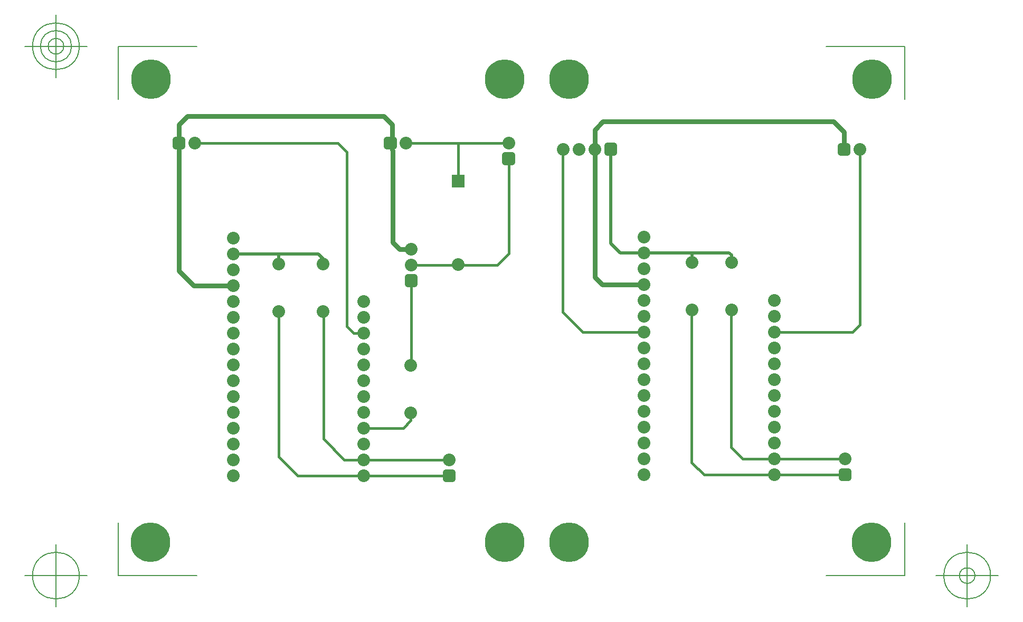
<source format=gbr>
G04 Generated by Ultiboard 13.0 *
%FSLAX25Y25*%
%MOIN*%

%ADD10C,0.00001*%
%ADD11C,0.01500*%
%ADD12C,0.03000*%
%ADD13C,0.02000*%
%ADD14C,0.00500*%
%ADD15C,0.25000*%
%ADD16C,0.08000*%
%ADD17R,0.04083X0.04083*%
%ADD18C,0.03917*%
%ADD19R,0.08000X0.08000*%


G04 ColorRGB 0000FF for the following layer *
%LNCopper Bottom*%
%LPD*%
G54D10*
G54D11*
X110800Y104900D02*
X98800Y116900D01*
X152450Y104900D02*
X110800Y104900D01*
X152550Y104800D02*
X206800Y104800D01*
X152450Y104900D02*
X152550Y104800D01*
X98800Y208400D02*
X98800Y116900D01*
X126900Y128175D02*
X140175Y114900D01*
X152450Y114900D02*
X140175Y114900D01*
X152550Y115000D02*
X206400Y115000D01*
X152450Y114900D02*
X152550Y115000D01*
X126900Y208500D02*
X126900Y128175D01*
X152450Y134900D02*
X152550Y135000D01*
X177500Y135000D01*
X182200Y139700D01*
X182200Y144400D01*
X182300Y227900D02*
X182300Y174000D01*
X141700Y199263D02*
X146163Y194800D01*
X152350Y194800D02*
X146163Y194800D01*
X152450Y194900D02*
X152350Y194800D01*
X141700Y199263D02*
X141700Y309300D01*
X98700Y208500D02*
X98800Y208400D01*
X126800Y208600D02*
X126900Y208500D01*
X182400Y228000D02*
X182300Y227900D01*
X182400Y238000D02*
X211700Y238000D01*
X236572Y238000D01*
X243900Y245328D01*
X243900Y305000D01*
X211900Y314200D02*
X211900Y291000D01*
X45800Y314800D02*
X136200Y314800D01*
X141700Y309300D01*
X179200Y314800D02*
X179300Y314900D01*
X244100Y314900D01*
X359500Y113325D02*
X367225Y105600D01*
X456600Y105600D01*
X359500Y209300D02*
X359500Y113325D01*
X384500Y122925D02*
X391825Y115600D01*
X456400Y115600D01*
X384500Y209500D02*
X384500Y122925D01*
X278200Y208187D02*
X290788Y195600D01*
X329250Y195600D02*
X290788Y195600D01*
X461100Y195600D02*
X411750Y195600D01*
X465700Y200200D02*
X461100Y195600D01*
X465700Y308300D02*
X465700Y200200D01*
X278200Y310773D02*
X278200Y208187D01*
X359500Y209300D02*
X359600Y209400D01*
X384500Y209500D02*
X384600Y209600D01*
X465700Y310900D02*
X465700Y308300D01*
X278200Y310773D02*
X278400Y310973D01*
G54D12*
X35800Y234275D02*
X45175Y224900D01*
X69900Y224900D01*
X35800Y234275D02*
X35800Y313300D01*
X170700Y252300D02*
X175000Y248000D01*
X170700Y310250D02*
X170700Y252300D01*
X182400Y248000D02*
X175000Y248000D01*
X35800Y314800D02*
X35700Y314900D01*
X35700Y326656D01*
X170300Y310650D02*
X170700Y310250D01*
X170300Y326600D02*
X170300Y310650D01*
X35700Y326575D02*
X41025Y331900D01*
X165000Y331900D01*
X170300Y326600D01*
X302950Y225600D02*
X298400Y230150D01*
X298400Y310864D01*
X302950Y225600D02*
X329250Y225600D01*
X298373Y311000D02*
X298373Y323273D01*
X455700Y321700D02*
X455700Y310900D01*
X298373Y323273D02*
X303500Y328400D01*
X449000Y328400D02*
X455700Y321700D01*
X303500Y328400D02*
X449000Y328400D01*
G54D13*
X123650Y244900D02*
X69950Y244900D01*
X98700Y244300D02*
X98700Y238500D01*
X123650Y244900D02*
X126800Y241750D01*
X126800Y238600D01*
X359600Y239400D02*
X359600Y244800D01*
X384600Y239600D02*
X384600Y244200D01*
X308300Y251625D02*
X314325Y245600D01*
X383200Y245600D01*
X384600Y244200D01*
X308300Y310927D02*
X308300Y251625D01*
X308300Y310927D02*
X308373Y311000D01*
G54D14*
X-2600Y41800D02*
X-2600Y75220D01*
X-2600Y41800D02*
X47070Y41800D01*
X494100Y41800D02*
X444430Y41800D01*
X494100Y41800D02*
X494100Y75220D01*
X494100Y376000D02*
X494100Y342580D01*
X494100Y376000D02*
X444430Y376000D01*
X-2600Y376000D02*
X47070Y376000D01*
X-2600Y376000D02*
X-2600Y342580D01*
X-22285Y41800D02*
X-61655Y41800D01*
X-41970Y22115D02*
X-41970Y61485D01*
X-56734Y41800D02*
G75*
D01*
G02X-56734Y41800I14764J0*
G01*
X513785Y41800D02*
X553155Y41800D01*
X533470Y22115D02*
X533470Y61485D01*
X518706Y41800D02*
G75*
D01*
G02X518706Y41800I14764J0*
G01*
X528549Y41800D02*
G75*
D01*
G02X528549Y41800I4921J0*
G01*
X-22285Y376000D02*
X-61655Y376000D01*
X-41970Y356315D02*
X-41970Y395685D01*
X-56734Y376000D02*
G75*
D01*
G02X-56734Y376000I14764J0*
G01*
X-51813Y376000D02*
G75*
D01*
G02X-51813Y376000I9843J0*
G01*
X-46891Y376000D02*
G75*
D01*
G02X-46891Y376000I4921J0*
G01*
G54D15*
X241400Y62700D03*
X282200Y62900D03*
X17800Y62800D03*
X473200Y62900D03*
X17900Y355200D03*
X241400Y355200D03*
X282200Y355200D03*
X473300Y355200D03*
G54D16*
X152450Y214900D03*
X69950Y104900D03*
X152450Y104900D03*
X69950Y114900D03*
X152450Y114900D03*
X69950Y124900D03*
X152450Y124900D03*
X69950Y134900D03*
X152450Y134900D03*
X69950Y144900D03*
X152450Y144900D03*
X69950Y154900D03*
X152450Y154900D03*
X69950Y164900D03*
X152450Y164900D03*
X69950Y174900D03*
X152450Y174900D03*
X69950Y184900D03*
X152450Y184900D03*
X69950Y194900D03*
X152450Y194900D03*
X69950Y204900D03*
X152450Y204900D03*
X69950Y214900D03*
X69950Y224900D03*
X69950Y234900D03*
X69950Y244900D03*
X69950Y254900D03*
X98700Y238500D03*
X98700Y208500D03*
X126800Y238600D03*
X126800Y208600D03*
X329250Y105600D03*
X411750Y105600D03*
X329250Y115600D03*
X411750Y115600D03*
X329250Y125600D03*
X411750Y125600D03*
X329250Y135600D03*
X411750Y135600D03*
X329250Y145600D03*
X411750Y145600D03*
X329250Y155600D03*
X411750Y155600D03*
X329250Y165600D03*
X411750Y165600D03*
X329250Y175600D03*
X411750Y175600D03*
X329250Y185600D03*
X411750Y185600D03*
X329250Y195600D03*
X411750Y195600D03*
X329250Y205600D03*
X411750Y205600D03*
X329250Y215600D03*
X411750Y215600D03*
X329250Y225600D03*
X329250Y235600D03*
X329250Y245600D03*
X329250Y255600D03*
X359600Y239400D03*
X359600Y209400D03*
X384600Y239600D03*
X384600Y209600D03*
X206500Y114900D03*
X456500Y115600D03*
X182200Y144400D03*
X182200Y174400D03*
X182400Y238000D03*
X182400Y248000D03*
X211900Y238244D03*
X288373Y311000D03*
X298373Y311000D03*
X278373Y311000D03*
X465700Y310900D03*
X45800Y314800D03*
X179200Y314800D03*
X243900Y315000D03*
G54D17*
X206500Y104900D03*
X456500Y105600D03*
X182400Y228000D03*
X308373Y311000D03*
X455700Y310900D03*
X35800Y314800D03*
X169200Y314800D03*
X243900Y305000D03*
G54D18*
X204459Y102859D02*
X208541Y102859D01*
X208541Y106941D01*
X204459Y106941D01*
X204459Y102859D01*D02*
X454459Y103559D02*
X458541Y103559D01*
X458541Y107641D01*
X454459Y107641D01*
X454459Y103559D01*D02*
X180359Y225959D02*
X184441Y225959D01*
X184441Y230041D01*
X180359Y230041D01*
X180359Y225959D01*D02*
X306332Y308959D02*
X310414Y308959D01*
X310414Y313041D01*
X306332Y313041D01*
X306332Y308959D01*D02*
X453659Y308859D02*
X457741Y308859D01*
X457741Y312941D01*
X453659Y312941D01*
X453659Y308859D01*D02*
X33759Y312759D02*
X37841Y312759D01*
X37841Y316841D01*
X33759Y316841D01*
X33759Y312759D01*D02*
X167159Y312759D02*
X171241Y312759D01*
X171241Y316841D01*
X167159Y316841D01*
X167159Y312759D01*D02*
X241859Y302959D02*
X245941Y302959D01*
X245941Y307041D01*
X241859Y307041D01*
X241859Y302959D01*D02*
G54D19*
X211900Y291000D03*

M02*

</source>
